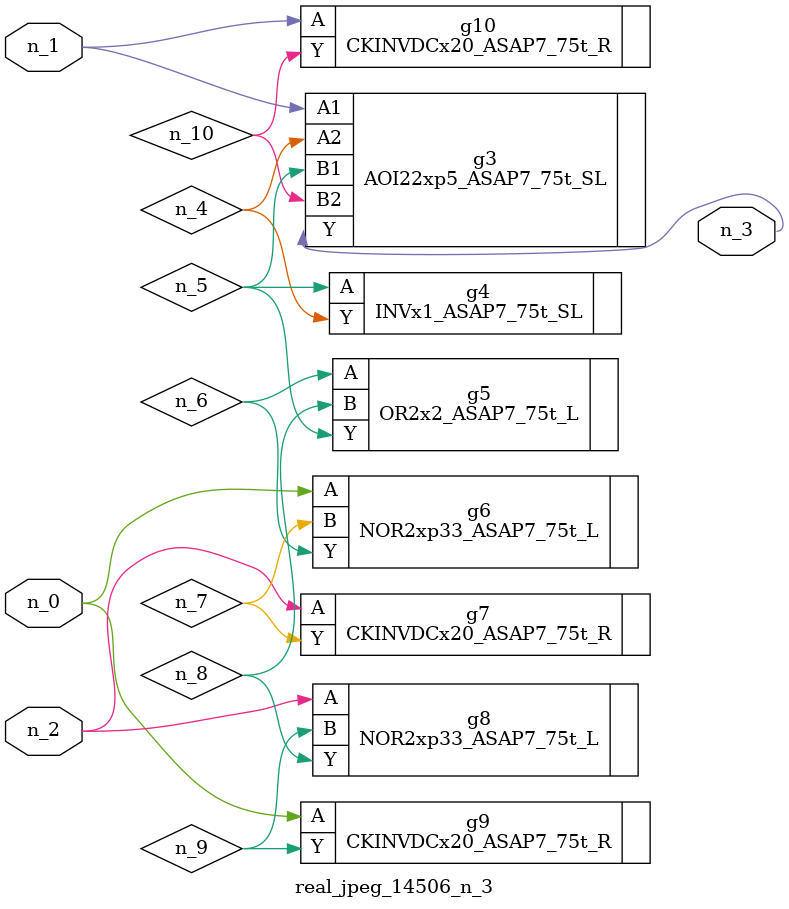
<source format=v>
module real_jpeg_14506_n_3 (n_1, n_0, n_2, n_3);

input n_1;
input n_0;
input n_2;

output n_3;

wire n_5;
wire n_4;
wire n_8;
wire n_6;
wire n_7;
wire n_10;
wire n_9;

NOR2xp33_ASAP7_75t_L g6 ( 
.A(n_0),
.B(n_7),
.Y(n_6)
);

CKINVDCx20_ASAP7_75t_R g9 ( 
.A(n_0),
.Y(n_9)
);

AOI22xp5_ASAP7_75t_SL g3 ( 
.A1(n_1),
.A2(n_4),
.B1(n_5),
.B2(n_10),
.Y(n_3)
);

CKINVDCx20_ASAP7_75t_R g10 ( 
.A(n_1),
.Y(n_10)
);

CKINVDCx20_ASAP7_75t_R g7 ( 
.A(n_2),
.Y(n_7)
);

NOR2xp33_ASAP7_75t_L g8 ( 
.A(n_2),
.B(n_9),
.Y(n_8)
);

INVx1_ASAP7_75t_SL g4 ( 
.A(n_5),
.Y(n_4)
);

OR2x2_ASAP7_75t_L g5 ( 
.A(n_6),
.B(n_8),
.Y(n_5)
);


endmodule
</source>
